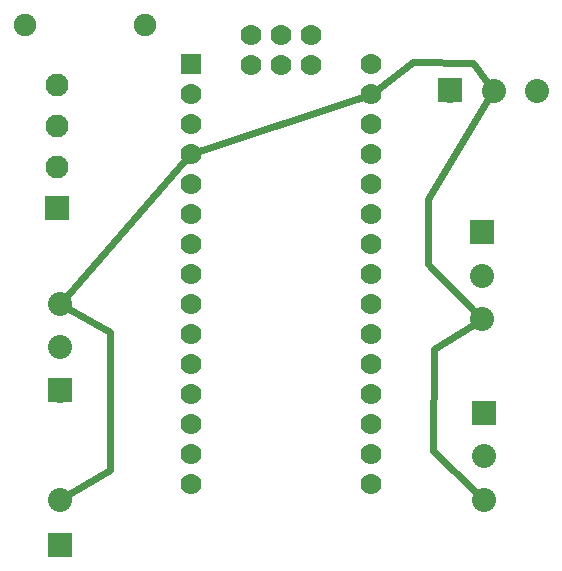
<source format=gbl>
G04 MADE WITH FRITZING*
G04 WWW.FRITZING.ORG*
G04 DOUBLE SIDED*
G04 HOLES PLATED*
G04 CONTOUR ON CENTER OF CONTOUR VECTOR*
%ASAXBY*%
%FSLAX23Y23*%
%MOIN*%
%OFA0B0*%
%SFA1.0B1.0*%
%ADD10C,0.075000*%
%ADD11C,0.070000*%
%ADD12C,0.080000*%
%ADD13C,0.076139*%
%ADD14R,0.069958X0.070000*%
%ADD15C,0.024000*%
%ADD16R,0.001000X0.001000*%
%LNCOPPER0*%
G90*
G70*
G54D10*
X119Y1891D03*
X519Y1891D03*
G54D11*
X673Y1761D03*
X673Y1661D03*
X673Y1561D03*
X673Y1461D03*
X673Y1361D03*
X673Y1261D03*
X673Y1161D03*
X673Y1061D03*
X673Y961D03*
X673Y861D03*
X673Y761D03*
X673Y661D03*
X673Y561D03*
X673Y461D03*
X673Y361D03*
X1273Y1761D03*
X1273Y1661D03*
X1273Y1561D03*
X1273Y1461D03*
X1273Y1361D03*
X1273Y1261D03*
X1273Y1161D03*
X1273Y1061D03*
X1273Y961D03*
X1273Y861D03*
X1273Y761D03*
X1273Y661D03*
X1273Y561D03*
X1273Y461D03*
X1273Y361D03*
X873Y1856D03*
X873Y1756D03*
X973Y1856D03*
X973Y1756D03*
X1074Y1856D03*
X1074Y1756D03*
G54D12*
X1645Y1200D03*
X1645Y1055D03*
X1645Y911D03*
X238Y672D03*
X238Y817D03*
X238Y962D03*
X1537Y1672D03*
X1682Y1672D03*
X1827Y1672D03*
G54D13*
X228Y1279D03*
X228Y1416D03*
X228Y1554D03*
X228Y1692D03*
G54D12*
X1651Y597D03*
X1651Y453D03*
X1651Y308D03*
X237Y156D03*
X237Y308D03*
G54D14*
X673Y1761D03*
G54D15*
X268Y944D02*
X402Y866D01*
D02*
X404Y408D02*
X267Y326D01*
D02*
X402Y866D02*
X404Y408D01*
D02*
X654Y1439D02*
X261Y988D01*
D02*
X1482Y809D02*
X1480Y471D01*
D02*
X1480Y471D02*
X1626Y332D01*
D02*
X1615Y892D02*
X1482Y809D01*
D02*
X1463Y1310D02*
X1463Y1094D01*
D02*
X1463Y1094D02*
X1620Y935D01*
D02*
X1664Y1643D02*
X1463Y1310D01*
D02*
X1612Y1763D02*
X1661Y1700D01*
D02*
X1412Y1768D02*
X1612Y1763D01*
D02*
X1296Y1678D02*
X1412Y1768D01*
D02*
X1246Y1651D02*
X701Y1470D01*
G54D16*
X1497Y1713D02*
X1576Y1713D01*
X1497Y1712D02*
X1576Y1712D01*
X1497Y1711D02*
X1576Y1711D01*
X1497Y1710D02*
X1576Y1710D01*
X1497Y1709D02*
X1576Y1709D01*
X1497Y1708D02*
X1576Y1708D01*
X1497Y1707D02*
X1576Y1707D01*
X1497Y1706D02*
X1576Y1706D01*
X1497Y1705D02*
X1576Y1705D01*
X1497Y1704D02*
X1576Y1704D01*
X1497Y1703D02*
X1576Y1703D01*
X1497Y1702D02*
X1576Y1702D01*
X1497Y1701D02*
X1576Y1701D01*
X1497Y1700D02*
X1576Y1700D01*
X1497Y1699D02*
X1576Y1699D01*
X1497Y1698D02*
X1576Y1698D01*
X1497Y1697D02*
X1535Y1697D01*
X1537Y1697D02*
X1576Y1697D01*
X1497Y1696D02*
X1529Y1696D01*
X1543Y1696D02*
X1576Y1696D01*
X1497Y1695D02*
X1526Y1695D01*
X1546Y1695D02*
X1576Y1695D01*
X1497Y1694D02*
X1524Y1694D01*
X1548Y1694D02*
X1576Y1694D01*
X1497Y1693D02*
X1523Y1693D01*
X1550Y1693D02*
X1576Y1693D01*
X1497Y1692D02*
X1521Y1692D01*
X1551Y1692D02*
X1576Y1692D01*
X1497Y1691D02*
X1520Y1691D01*
X1552Y1691D02*
X1576Y1691D01*
X1497Y1690D02*
X1519Y1690D01*
X1553Y1690D02*
X1576Y1690D01*
X1497Y1689D02*
X1518Y1689D01*
X1554Y1689D02*
X1576Y1689D01*
X1497Y1688D02*
X1517Y1688D01*
X1555Y1688D02*
X1576Y1688D01*
X1497Y1687D02*
X1516Y1687D01*
X1556Y1687D02*
X1576Y1687D01*
X1497Y1686D02*
X1516Y1686D01*
X1557Y1686D02*
X1576Y1686D01*
X1497Y1685D02*
X1515Y1685D01*
X1557Y1685D02*
X1576Y1685D01*
X1497Y1684D02*
X1515Y1684D01*
X1558Y1684D02*
X1576Y1684D01*
X1497Y1683D02*
X1514Y1683D01*
X1558Y1683D02*
X1576Y1683D01*
X1497Y1682D02*
X1514Y1682D01*
X1559Y1682D02*
X1576Y1682D01*
X1497Y1681D02*
X1513Y1681D01*
X1559Y1681D02*
X1576Y1681D01*
X1497Y1680D02*
X1513Y1680D01*
X1559Y1680D02*
X1576Y1680D01*
X1497Y1679D02*
X1513Y1679D01*
X1560Y1679D02*
X1576Y1679D01*
X1497Y1678D02*
X1513Y1678D01*
X1560Y1678D02*
X1576Y1678D01*
X1497Y1677D02*
X1512Y1677D01*
X1560Y1677D02*
X1576Y1677D01*
X1497Y1676D02*
X1512Y1676D01*
X1560Y1676D02*
X1576Y1676D01*
X1497Y1675D02*
X1512Y1675D01*
X1560Y1675D02*
X1576Y1675D01*
X1497Y1674D02*
X1512Y1674D01*
X1560Y1674D02*
X1576Y1674D01*
X1497Y1673D02*
X1512Y1673D01*
X1560Y1673D02*
X1576Y1673D01*
X1497Y1672D02*
X1512Y1672D01*
X1560Y1672D02*
X1576Y1672D01*
X1497Y1671D02*
X1512Y1671D01*
X1560Y1671D02*
X1576Y1671D01*
X1497Y1670D02*
X1512Y1670D01*
X1560Y1670D02*
X1576Y1670D01*
X1497Y1669D02*
X1512Y1669D01*
X1560Y1669D02*
X1576Y1669D01*
X1497Y1668D02*
X1513Y1668D01*
X1560Y1668D02*
X1576Y1668D01*
X1497Y1667D02*
X1513Y1667D01*
X1559Y1667D02*
X1576Y1667D01*
X1497Y1666D02*
X1513Y1666D01*
X1559Y1666D02*
X1576Y1666D01*
X1497Y1665D02*
X1514Y1665D01*
X1559Y1665D02*
X1576Y1665D01*
X1497Y1664D02*
X1514Y1664D01*
X1558Y1664D02*
X1576Y1664D01*
X1497Y1663D02*
X1514Y1663D01*
X1558Y1663D02*
X1576Y1663D01*
X1497Y1662D02*
X1515Y1662D01*
X1557Y1662D02*
X1576Y1662D01*
X1497Y1661D02*
X1516Y1661D01*
X1557Y1661D02*
X1576Y1661D01*
X1497Y1660D02*
X1516Y1660D01*
X1556Y1660D02*
X1576Y1660D01*
X1497Y1659D02*
X1517Y1659D01*
X1555Y1659D02*
X1576Y1659D01*
X1497Y1658D02*
X1518Y1658D01*
X1555Y1658D02*
X1576Y1658D01*
X1497Y1657D02*
X1519Y1657D01*
X1554Y1657D02*
X1576Y1657D01*
X1497Y1656D02*
X1520Y1656D01*
X1553Y1656D02*
X1576Y1656D01*
X1497Y1655D02*
X1521Y1655D01*
X1551Y1655D02*
X1576Y1655D01*
X1497Y1654D02*
X1522Y1654D01*
X1550Y1654D02*
X1576Y1654D01*
X1497Y1653D02*
X1524Y1653D01*
X1549Y1653D02*
X1576Y1653D01*
X1497Y1652D02*
X1526Y1652D01*
X1547Y1652D02*
X1576Y1652D01*
X1497Y1651D02*
X1528Y1651D01*
X1544Y1651D02*
X1576Y1651D01*
X1497Y1650D02*
X1532Y1650D01*
X1540Y1650D02*
X1576Y1650D01*
X1497Y1649D02*
X1576Y1649D01*
X1497Y1648D02*
X1576Y1648D01*
X1497Y1647D02*
X1576Y1647D01*
X1497Y1646D02*
X1576Y1646D01*
X1497Y1645D02*
X1576Y1645D01*
X1497Y1644D02*
X1576Y1644D01*
X1497Y1643D02*
X1576Y1643D01*
X1497Y1642D02*
X1576Y1642D01*
X1497Y1641D02*
X1576Y1641D01*
X1497Y1640D02*
X1576Y1640D01*
X1497Y1639D02*
X1576Y1639D01*
X1497Y1638D02*
X1576Y1638D01*
X1497Y1637D02*
X1576Y1637D01*
X1497Y1636D02*
X1576Y1636D01*
X1497Y1635D02*
X1576Y1635D01*
X1497Y1634D02*
X1576Y1634D01*
X188Y1319D02*
X267Y1319D01*
X188Y1318D02*
X267Y1318D01*
X188Y1317D02*
X267Y1317D01*
X188Y1316D02*
X267Y1316D01*
X188Y1315D02*
X267Y1315D01*
X188Y1314D02*
X267Y1314D01*
X188Y1313D02*
X267Y1313D01*
X188Y1312D02*
X267Y1312D01*
X188Y1311D02*
X267Y1311D01*
X188Y1310D02*
X267Y1310D01*
X188Y1309D02*
X267Y1309D01*
X188Y1308D02*
X267Y1308D01*
X188Y1307D02*
X267Y1307D01*
X188Y1306D02*
X267Y1306D01*
X188Y1305D02*
X267Y1305D01*
X188Y1304D02*
X267Y1304D01*
X188Y1303D02*
X223Y1303D01*
X232Y1303D02*
X267Y1303D01*
X188Y1302D02*
X219Y1302D01*
X235Y1302D02*
X267Y1302D01*
X188Y1301D02*
X216Y1301D01*
X238Y1301D02*
X267Y1301D01*
X188Y1300D02*
X215Y1300D01*
X240Y1300D02*
X267Y1300D01*
X188Y1299D02*
X213Y1299D01*
X241Y1299D02*
X267Y1299D01*
X188Y1298D02*
X212Y1298D01*
X242Y1298D02*
X267Y1298D01*
X188Y1297D02*
X211Y1297D01*
X244Y1297D02*
X267Y1297D01*
X188Y1296D02*
X210Y1296D01*
X245Y1296D02*
X267Y1296D01*
X188Y1295D02*
X209Y1295D01*
X245Y1295D02*
X267Y1295D01*
X188Y1294D02*
X208Y1294D01*
X246Y1294D02*
X267Y1294D01*
X188Y1293D02*
X207Y1293D01*
X247Y1293D02*
X267Y1293D01*
X188Y1292D02*
X206Y1292D01*
X248Y1292D02*
X267Y1292D01*
X188Y1291D02*
X206Y1291D01*
X248Y1291D02*
X267Y1291D01*
X188Y1290D02*
X205Y1290D01*
X249Y1290D02*
X267Y1290D01*
X188Y1289D02*
X205Y1289D01*
X249Y1289D02*
X267Y1289D01*
X188Y1288D02*
X205Y1288D01*
X250Y1288D02*
X267Y1288D01*
X188Y1287D02*
X204Y1287D01*
X250Y1287D02*
X267Y1287D01*
X188Y1286D02*
X204Y1286D01*
X250Y1286D02*
X267Y1286D01*
X188Y1285D02*
X204Y1285D01*
X251Y1285D02*
X267Y1285D01*
X188Y1284D02*
X203Y1284D01*
X251Y1284D02*
X267Y1284D01*
X188Y1283D02*
X203Y1283D01*
X251Y1283D02*
X267Y1283D01*
X188Y1282D02*
X203Y1282D01*
X251Y1282D02*
X267Y1282D01*
X188Y1281D02*
X203Y1281D01*
X251Y1281D02*
X267Y1281D01*
X188Y1280D02*
X203Y1280D01*
X251Y1280D02*
X267Y1280D01*
X188Y1279D02*
X203Y1279D01*
X251Y1279D02*
X267Y1279D01*
X188Y1278D02*
X203Y1278D01*
X251Y1278D02*
X267Y1278D01*
X188Y1277D02*
X203Y1277D01*
X251Y1277D02*
X267Y1277D01*
X188Y1276D02*
X203Y1276D01*
X251Y1276D02*
X267Y1276D01*
X188Y1275D02*
X203Y1275D01*
X251Y1275D02*
X267Y1275D01*
X188Y1274D02*
X204Y1274D01*
X250Y1274D02*
X267Y1274D01*
X188Y1273D02*
X204Y1273D01*
X250Y1273D02*
X267Y1273D01*
X188Y1272D02*
X204Y1272D01*
X250Y1272D02*
X267Y1272D01*
X188Y1271D02*
X205Y1271D01*
X249Y1271D02*
X267Y1271D01*
X188Y1270D02*
X205Y1270D01*
X249Y1270D02*
X267Y1270D01*
X188Y1269D02*
X206Y1269D01*
X248Y1269D02*
X267Y1269D01*
X188Y1268D02*
X206Y1268D01*
X248Y1268D02*
X267Y1268D01*
X188Y1267D02*
X207Y1267D01*
X247Y1267D02*
X267Y1267D01*
X188Y1266D02*
X207Y1266D01*
X247Y1266D02*
X267Y1266D01*
X188Y1265D02*
X208Y1265D01*
X246Y1265D02*
X267Y1265D01*
X188Y1264D02*
X209Y1264D01*
X245Y1264D02*
X267Y1264D01*
X188Y1263D02*
X210Y1263D01*
X244Y1263D02*
X267Y1263D01*
X188Y1262D02*
X211Y1262D01*
X243Y1262D02*
X267Y1262D01*
X188Y1261D02*
X212Y1261D01*
X242Y1261D02*
X267Y1261D01*
X188Y1260D02*
X214Y1260D01*
X240Y1260D02*
X267Y1260D01*
X188Y1259D02*
X216Y1259D01*
X239Y1259D02*
X267Y1259D01*
X188Y1258D02*
X218Y1258D01*
X237Y1258D02*
X267Y1258D01*
X188Y1257D02*
X221Y1257D01*
X233Y1257D02*
X267Y1257D01*
X188Y1256D02*
X267Y1256D01*
X188Y1255D02*
X267Y1255D01*
X188Y1254D02*
X267Y1254D01*
X188Y1253D02*
X267Y1253D01*
X188Y1252D02*
X267Y1252D01*
X188Y1251D02*
X267Y1251D01*
X188Y1250D02*
X267Y1250D01*
X188Y1249D02*
X267Y1249D01*
X188Y1248D02*
X267Y1248D01*
X188Y1247D02*
X267Y1247D01*
X188Y1246D02*
X267Y1246D01*
X188Y1245D02*
X267Y1245D01*
X188Y1244D02*
X267Y1244D01*
X188Y1243D02*
X267Y1243D01*
X188Y1242D02*
X267Y1242D01*
X188Y1241D02*
X267Y1241D01*
X1604Y1241D02*
X1683Y1241D01*
X188Y1240D02*
X266Y1240D01*
X1604Y1240D02*
X1683Y1240D01*
X1604Y1239D02*
X1683Y1239D01*
X1604Y1238D02*
X1683Y1238D01*
X1604Y1237D02*
X1683Y1237D01*
X1604Y1236D02*
X1683Y1236D01*
X1604Y1235D02*
X1683Y1235D01*
X1604Y1234D02*
X1683Y1234D01*
X1604Y1233D02*
X1683Y1233D01*
X1604Y1232D02*
X1683Y1232D01*
X1604Y1231D02*
X1683Y1231D01*
X1604Y1230D02*
X1683Y1230D01*
X1604Y1229D02*
X1683Y1229D01*
X1604Y1228D02*
X1683Y1228D01*
X1604Y1227D02*
X1683Y1227D01*
X1604Y1226D02*
X1683Y1226D01*
X1604Y1225D02*
X1642Y1225D01*
X1645Y1225D02*
X1683Y1225D01*
X1604Y1224D02*
X1636Y1224D01*
X1651Y1224D02*
X1683Y1224D01*
X1604Y1223D02*
X1633Y1223D01*
X1654Y1223D02*
X1683Y1223D01*
X1604Y1222D02*
X1631Y1222D01*
X1656Y1222D02*
X1683Y1222D01*
X1604Y1221D02*
X1630Y1221D01*
X1657Y1221D02*
X1683Y1221D01*
X1604Y1220D02*
X1628Y1220D01*
X1659Y1220D02*
X1683Y1220D01*
X1604Y1219D02*
X1627Y1219D01*
X1660Y1219D02*
X1683Y1219D01*
X1604Y1218D02*
X1626Y1218D01*
X1661Y1218D02*
X1683Y1218D01*
X1604Y1217D02*
X1625Y1217D01*
X1662Y1217D02*
X1683Y1217D01*
X1604Y1216D02*
X1624Y1216D01*
X1663Y1216D02*
X1683Y1216D01*
X1604Y1215D02*
X1624Y1215D01*
X1663Y1215D02*
X1683Y1215D01*
X1604Y1214D02*
X1623Y1214D01*
X1664Y1214D02*
X1683Y1214D01*
X1604Y1213D02*
X1622Y1213D01*
X1665Y1213D02*
X1683Y1213D01*
X1604Y1212D02*
X1622Y1212D01*
X1665Y1212D02*
X1683Y1212D01*
X1604Y1211D02*
X1621Y1211D01*
X1666Y1211D02*
X1683Y1211D01*
X1604Y1210D02*
X1621Y1210D01*
X1666Y1210D02*
X1683Y1210D01*
X1604Y1209D02*
X1621Y1209D01*
X1666Y1209D02*
X1683Y1209D01*
X1604Y1208D02*
X1620Y1208D01*
X1667Y1208D02*
X1683Y1208D01*
X1604Y1207D02*
X1620Y1207D01*
X1667Y1207D02*
X1683Y1207D01*
X1604Y1206D02*
X1620Y1206D01*
X1667Y1206D02*
X1683Y1206D01*
X1604Y1205D02*
X1620Y1205D01*
X1667Y1205D02*
X1683Y1205D01*
X1604Y1204D02*
X1620Y1204D01*
X1668Y1204D02*
X1683Y1204D01*
X1604Y1203D02*
X1620Y1203D01*
X1668Y1203D02*
X1683Y1203D01*
X1604Y1202D02*
X1619Y1202D01*
X1668Y1202D02*
X1683Y1202D01*
X1604Y1201D02*
X1619Y1201D01*
X1668Y1201D02*
X1683Y1201D01*
X1604Y1200D02*
X1620Y1200D01*
X1668Y1200D02*
X1683Y1200D01*
X1604Y1199D02*
X1620Y1199D01*
X1668Y1199D02*
X1683Y1199D01*
X1604Y1198D02*
X1620Y1198D01*
X1667Y1198D02*
X1683Y1198D01*
X1604Y1197D02*
X1620Y1197D01*
X1667Y1197D02*
X1683Y1197D01*
X1604Y1196D02*
X1620Y1196D01*
X1667Y1196D02*
X1683Y1196D01*
X1604Y1195D02*
X1620Y1195D01*
X1667Y1195D02*
X1683Y1195D01*
X1604Y1194D02*
X1621Y1194D01*
X1666Y1194D02*
X1683Y1194D01*
X1604Y1193D02*
X1621Y1193D01*
X1666Y1193D02*
X1683Y1193D01*
X1604Y1192D02*
X1621Y1192D01*
X1666Y1192D02*
X1683Y1192D01*
X1604Y1191D02*
X1622Y1191D01*
X1665Y1191D02*
X1683Y1191D01*
X1604Y1190D02*
X1622Y1190D01*
X1665Y1190D02*
X1683Y1190D01*
X1604Y1189D02*
X1623Y1189D01*
X1664Y1189D02*
X1683Y1189D01*
X1604Y1188D02*
X1624Y1188D01*
X1663Y1188D02*
X1683Y1188D01*
X1604Y1187D02*
X1624Y1187D01*
X1663Y1187D02*
X1683Y1187D01*
X1604Y1186D02*
X1625Y1186D01*
X1662Y1186D02*
X1683Y1186D01*
X1604Y1185D02*
X1626Y1185D01*
X1661Y1185D02*
X1683Y1185D01*
X1604Y1184D02*
X1627Y1184D01*
X1660Y1184D02*
X1683Y1184D01*
X1604Y1183D02*
X1628Y1183D01*
X1659Y1183D02*
X1683Y1183D01*
X1604Y1182D02*
X1630Y1182D01*
X1657Y1182D02*
X1683Y1182D01*
X1604Y1181D02*
X1631Y1181D01*
X1656Y1181D02*
X1683Y1181D01*
X1604Y1180D02*
X1633Y1180D01*
X1654Y1180D02*
X1683Y1180D01*
X1604Y1179D02*
X1636Y1179D01*
X1651Y1179D02*
X1683Y1179D01*
X1604Y1178D02*
X1640Y1178D01*
X1647Y1178D02*
X1683Y1178D01*
X1604Y1177D02*
X1683Y1177D01*
X1604Y1176D02*
X1683Y1176D01*
X1604Y1175D02*
X1683Y1175D01*
X1604Y1174D02*
X1683Y1174D01*
X1604Y1173D02*
X1683Y1173D01*
X1604Y1172D02*
X1683Y1172D01*
X1604Y1171D02*
X1683Y1171D01*
X1604Y1170D02*
X1683Y1170D01*
X1604Y1169D02*
X1683Y1169D01*
X1604Y1168D02*
X1683Y1168D01*
X1604Y1167D02*
X1683Y1167D01*
X1604Y1166D02*
X1683Y1166D01*
X1604Y1165D02*
X1683Y1165D01*
X1604Y1164D02*
X1683Y1164D01*
X1604Y1163D02*
X1683Y1163D01*
X1604Y1162D02*
X1683Y1162D01*
X198Y713D02*
X277Y713D01*
X198Y712D02*
X277Y712D01*
X198Y711D02*
X277Y711D01*
X198Y710D02*
X277Y710D01*
X198Y709D02*
X277Y709D01*
X198Y708D02*
X277Y708D01*
X198Y707D02*
X277Y707D01*
X198Y706D02*
X277Y706D01*
X198Y705D02*
X277Y705D01*
X198Y704D02*
X277Y704D01*
X198Y703D02*
X277Y703D01*
X198Y702D02*
X277Y702D01*
X198Y701D02*
X277Y701D01*
X198Y700D02*
X277Y700D01*
X198Y699D02*
X277Y699D01*
X198Y698D02*
X277Y698D01*
X198Y697D02*
X234Y697D01*
X242Y697D02*
X277Y697D01*
X198Y696D02*
X230Y696D01*
X246Y696D02*
X277Y696D01*
X198Y695D02*
X227Y695D01*
X248Y695D02*
X277Y695D01*
X198Y694D02*
X225Y694D01*
X250Y694D02*
X277Y694D01*
X198Y693D02*
X224Y693D01*
X252Y693D02*
X277Y693D01*
X198Y692D02*
X222Y692D01*
X253Y692D02*
X277Y692D01*
X198Y691D02*
X221Y691D01*
X254Y691D02*
X277Y691D01*
X198Y690D02*
X220Y690D01*
X255Y690D02*
X277Y690D01*
X198Y689D02*
X219Y689D01*
X256Y689D02*
X277Y689D01*
X198Y688D02*
X219Y688D01*
X257Y688D02*
X277Y688D01*
X198Y687D02*
X218Y687D01*
X258Y687D02*
X277Y687D01*
X198Y686D02*
X217Y686D01*
X258Y686D02*
X277Y686D01*
X198Y685D02*
X217Y685D01*
X259Y685D02*
X277Y685D01*
X198Y684D02*
X216Y684D01*
X260Y684D02*
X277Y684D01*
X198Y683D02*
X216Y683D01*
X260Y683D02*
X277Y683D01*
X198Y682D02*
X215Y682D01*
X260Y682D02*
X277Y682D01*
X198Y681D02*
X215Y681D01*
X261Y681D02*
X277Y681D01*
X198Y680D02*
X215Y680D01*
X261Y680D02*
X277Y680D01*
X198Y679D02*
X214Y679D01*
X261Y679D02*
X277Y679D01*
X198Y678D02*
X214Y678D01*
X262Y678D02*
X277Y678D01*
X198Y677D02*
X214Y677D01*
X262Y677D02*
X277Y677D01*
X198Y676D02*
X214Y676D01*
X262Y676D02*
X277Y676D01*
X198Y675D02*
X214Y675D01*
X262Y675D02*
X277Y675D01*
X198Y674D02*
X214Y674D01*
X262Y674D02*
X277Y674D01*
X198Y673D02*
X214Y673D01*
X262Y673D02*
X277Y673D01*
X198Y672D02*
X214Y672D01*
X262Y672D02*
X277Y672D01*
X198Y671D02*
X214Y671D01*
X262Y671D02*
X277Y671D01*
X198Y670D02*
X214Y670D01*
X262Y670D02*
X277Y670D01*
X198Y669D02*
X214Y669D01*
X261Y669D02*
X277Y669D01*
X198Y668D02*
X214Y668D01*
X261Y668D02*
X277Y668D01*
X198Y667D02*
X215Y667D01*
X261Y667D02*
X277Y667D01*
X198Y666D02*
X215Y666D01*
X261Y666D02*
X277Y666D01*
X198Y665D02*
X215Y665D01*
X260Y665D02*
X277Y665D01*
X198Y664D02*
X216Y664D01*
X260Y664D02*
X277Y664D01*
X198Y663D02*
X216Y663D01*
X259Y663D02*
X277Y663D01*
X198Y662D02*
X217Y662D01*
X259Y662D02*
X277Y662D01*
X198Y661D02*
X217Y661D01*
X258Y661D02*
X277Y661D01*
X198Y660D02*
X218Y660D01*
X258Y660D02*
X277Y660D01*
X198Y659D02*
X219Y659D01*
X257Y659D02*
X277Y659D01*
X198Y658D02*
X220Y658D01*
X256Y658D02*
X277Y658D01*
X198Y657D02*
X221Y657D01*
X255Y657D02*
X277Y657D01*
X198Y656D02*
X222Y656D01*
X254Y656D02*
X277Y656D01*
X198Y655D02*
X223Y655D01*
X253Y655D02*
X277Y655D01*
X198Y654D02*
X224Y654D01*
X251Y654D02*
X277Y654D01*
X198Y653D02*
X226Y653D01*
X250Y653D02*
X277Y653D01*
X198Y652D02*
X228Y652D01*
X248Y652D02*
X277Y652D01*
X198Y651D02*
X231Y651D01*
X245Y651D02*
X277Y651D01*
X198Y650D02*
X277Y650D01*
X198Y649D02*
X277Y649D01*
X198Y648D02*
X277Y648D01*
X198Y647D02*
X277Y647D01*
X198Y646D02*
X277Y646D01*
X198Y645D02*
X277Y645D01*
X198Y644D02*
X277Y644D01*
X198Y643D02*
X277Y643D01*
X198Y642D02*
X277Y642D01*
X198Y641D02*
X277Y641D01*
X198Y640D02*
X277Y640D01*
X198Y639D02*
X277Y639D01*
X198Y638D02*
X277Y638D01*
X1611Y638D02*
X1689Y638D01*
X198Y637D02*
X277Y637D01*
X1611Y637D02*
X1689Y637D01*
X198Y636D02*
X277Y636D01*
X1611Y636D02*
X1689Y636D01*
X198Y635D02*
X277Y635D01*
X1611Y635D02*
X1689Y635D01*
X198Y634D02*
X277Y634D01*
X1611Y634D02*
X1689Y634D01*
X1611Y633D02*
X1689Y633D01*
X1611Y632D02*
X1689Y632D01*
X1611Y631D02*
X1689Y631D01*
X1611Y630D02*
X1689Y630D01*
X1611Y629D02*
X1689Y629D01*
X1611Y628D02*
X1689Y628D01*
X1611Y627D02*
X1689Y627D01*
X1611Y626D02*
X1689Y626D01*
X1611Y625D02*
X1689Y625D01*
X1611Y624D02*
X1689Y624D01*
X1611Y623D02*
X1689Y623D01*
X1611Y622D02*
X1646Y622D01*
X1654Y622D02*
X1689Y622D01*
X1611Y621D02*
X1642Y621D01*
X1658Y621D02*
X1689Y621D01*
X1611Y620D02*
X1639Y620D01*
X1661Y620D02*
X1689Y620D01*
X1611Y619D02*
X1638Y619D01*
X1662Y619D02*
X1689Y619D01*
X1611Y618D02*
X1636Y618D01*
X1664Y618D02*
X1689Y618D01*
X1611Y617D02*
X1635Y617D01*
X1665Y617D02*
X1689Y617D01*
X1611Y616D02*
X1633Y616D01*
X1667Y616D02*
X1689Y616D01*
X1611Y615D02*
X1632Y615D01*
X1668Y615D02*
X1689Y615D01*
X1611Y614D02*
X1632Y614D01*
X1668Y614D02*
X1689Y614D01*
X1611Y613D02*
X1631Y613D01*
X1669Y613D02*
X1689Y613D01*
X1611Y612D02*
X1630Y612D01*
X1670Y612D02*
X1689Y612D01*
X1611Y611D02*
X1629Y611D01*
X1671Y611D02*
X1689Y611D01*
X1611Y610D02*
X1629Y610D01*
X1671Y610D02*
X1689Y610D01*
X1611Y609D02*
X1628Y609D01*
X1672Y609D02*
X1689Y609D01*
X1611Y608D02*
X1628Y608D01*
X1672Y608D02*
X1689Y608D01*
X1611Y607D02*
X1627Y607D01*
X1673Y607D02*
X1689Y607D01*
X1611Y606D02*
X1627Y606D01*
X1673Y606D02*
X1689Y606D01*
X1611Y605D02*
X1627Y605D01*
X1673Y605D02*
X1689Y605D01*
X1611Y604D02*
X1626Y604D01*
X1674Y604D02*
X1689Y604D01*
X1611Y603D02*
X1626Y603D01*
X1674Y603D02*
X1689Y603D01*
X1611Y602D02*
X1626Y602D01*
X1674Y602D02*
X1689Y602D01*
X1611Y601D02*
X1626Y601D01*
X1674Y601D02*
X1689Y601D01*
X1611Y600D02*
X1626Y600D01*
X1674Y600D02*
X1689Y600D01*
X1611Y599D02*
X1626Y599D01*
X1674Y599D02*
X1689Y599D01*
X1611Y598D02*
X1626Y598D01*
X1674Y598D02*
X1689Y598D01*
X1611Y597D02*
X1626Y597D01*
X1674Y597D02*
X1689Y597D01*
X1611Y596D02*
X1626Y596D01*
X1674Y596D02*
X1689Y596D01*
X1611Y595D02*
X1626Y595D01*
X1674Y595D02*
X1689Y595D01*
X1611Y594D02*
X1626Y594D01*
X1674Y594D02*
X1689Y594D01*
X1611Y593D02*
X1627Y593D01*
X1673Y593D02*
X1689Y593D01*
X1611Y592D02*
X1627Y592D01*
X1673Y592D02*
X1689Y592D01*
X1611Y591D02*
X1627Y591D01*
X1673Y591D02*
X1689Y591D01*
X1611Y590D02*
X1628Y590D01*
X1672Y590D02*
X1689Y590D01*
X1611Y589D02*
X1628Y589D01*
X1672Y589D02*
X1689Y589D01*
X1611Y588D02*
X1628Y588D01*
X1672Y588D02*
X1689Y588D01*
X1611Y587D02*
X1629Y587D01*
X1671Y587D02*
X1689Y587D01*
X1611Y586D02*
X1630Y586D01*
X1670Y586D02*
X1689Y586D01*
X1611Y585D02*
X1630Y585D01*
X1670Y585D02*
X1689Y585D01*
X1611Y584D02*
X1631Y584D01*
X1669Y584D02*
X1689Y584D01*
X1611Y583D02*
X1632Y583D01*
X1668Y583D02*
X1689Y583D01*
X1611Y582D02*
X1633Y582D01*
X1667Y582D02*
X1689Y582D01*
X1611Y581D02*
X1634Y581D01*
X1666Y581D02*
X1689Y581D01*
X1611Y580D02*
X1635Y580D01*
X1665Y580D02*
X1689Y580D01*
X1611Y579D02*
X1636Y579D01*
X1664Y579D02*
X1689Y579D01*
X1611Y578D02*
X1638Y578D01*
X1662Y578D02*
X1689Y578D01*
X1611Y577D02*
X1640Y577D01*
X1660Y577D02*
X1689Y577D01*
X1611Y576D02*
X1643Y576D01*
X1657Y576D02*
X1689Y576D01*
X1611Y575D02*
X1689Y575D01*
X1611Y574D02*
X1689Y574D01*
X1611Y573D02*
X1689Y573D01*
X1611Y572D02*
X1689Y572D01*
X1611Y571D02*
X1689Y571D01*
X1611Y570D02*
X1689Y570D01*
X1611Y569D02*
X1689Y569D01*
X1611Y568D02*
X1689Y568D01*
X1611Y567D02*
X1689Y567D01*
X1611Y566D02*
X1689Y566D01*
X1611Y565D02*
X1689Y565D01*
X1611Y564D02*
X1689Y564D01*
X1611Y563D02*
X1689Y563D01*
X1611Y562D02*
X1689Y562D01*
X1611Y561D02*
X1689Y561D01*
X1611Y560D02*
X1689Y560D01*
X1611Y559D02*
X1689Y559D01*
X197Y197D02*
X276Y197D01*
X197Y196D02*
X276Y196D01*
X197Y195D02*
X276Y195D01*
X197Y194D02*
X276Y194D01*
X197Y193D02*
X276Y193D01*
X197Y192D02*
X276Y192D01*
X197Y191D02*
X276Y191D01*
X197Y190D02*
X276Y190D01*
X197Y189D02*
X276Y189D01*
X197Y188D02*
X276Y188D01*
X197Y187D02*
X276Y187D01*
X197Y186D02*
X276Y186D01*
X197Y185D02*
X276Y185D01*
X197Y184D02*
X276Y184D01*
X197Y183D02*
X276Y183D01*
X197Y182D02*
X276Y182D01*
X197Y181D02*
X231Y181D01*
X241Y181D02*
X276Y181D01*
X197Y180D02*
X228Y180D01*
X245Y180D02*
X276Y180D01*
X197Y179D02*
X226Y179D01*
X247Y179D02*
X276Y179D01*
X197Y178D02*
X224Y178D01*
X249Y178D02*
X276Y178D01*
X197Y177D02*
X222Y177D01*
X251Y177D02*
X276Y177D01*
X197Y176D02*
X221Y176D01*
X252Y176D02*
X276Y176D01*
X197Y175D02*
X220Y175D01*
X253Y175D02*
X276Y175D01*
X197Y174D02*
X219Y174D01*
X254Y174D02*
X276Y174D01*
X197Y173D02*
X218Y173D01*
X255Y173D02*
X276Y173D01*
X197Y172D02*
X217Y172D01*
X256Y172D02*
X276Y172D01*
X197Y171D02*
X216Y171D01*
X256Y171D02*
X276Y171D01*
X197Y170D02*
X216Y170D01*
X257Y170D02*
X276Y170D01*
X197Y169D02*
X215Y169D01*
X258Y169D02*
X276Y169D01*
X197Y168D02*
X215Y168D01*
X258Y168D02*
X276Y168D01*
X197Y167D02*
X214Y167D01*
X259Y167D02*
X276Y167D01*
X197Y166D02*
X214Y166D01*
X259Y166D02*
X276Y166D01*
X197Y165D02*
X214Y165D01*
X259Y165D02*
X276Y165D01*
X197Y164D02*
X213Y164D01*
X260Y164D02*
X276Y164D01*
X197Y163D02*
X213Y163D01*
X260Y163D02*
X276Y163D01*
X197Y162D02*
X213Y162D01*
X260Y162D02*
X276Y162D01*
X197Y161D02*
X213Y161D01*
X260Y161D02*
X276Y161D01*
X197Y160D02*
X212Y160D01*
X260Y160D02*
X276Y160D01*
X197Y159D02*
X212Y159D01*
X260Y159D02*
X276Y159D01*
X197Y158D02*
X212Y158D01*
X260Y158D02*
X276Y158D01*
X197Y157D02*
X212Y157D01*
X260Y157D02*
X276Y157D01*
X197Y156D02*
X212Y156D01*
X260Y156D02*
X276Y156D01*
X197Y155D02*
X212Y155D01*
X260Y155D02*
X276Y155D01*
X197Y154D02*
X213Y154D01*
X260Y154D02*
X276Y154D01*
X197Y153D02*
X213Y153D01*
X260Y153D02*
X276Y153D01*
X197Y152D02*
X213Y152D01*
X260Y152D02*
X276Y152D01*
X197Y151D02*
X213Y151D01*
X259Y151D02*
X276Y151D01*
X197Y150D02*
X214Y150D01*
X259Y150D02*
X276Y150D01*
X197Y149D02*
X214Y149D01*
X259Y149D02*
X276Y149D01*
X197Y148D02*
X214Y148D01*
X258Y148D02*
X276Y148D01*
X197Y147D02*
X215Y147D01*
X258Y147D02*
X276Y147D01*
X197Y146D02*
X216Y146D01*
X257Y146D02*
X276Y146D01*
X197Y145D02*
X216Y145D01*
X257Y145D02*
X276Y145D01*
X197Y144D02*
X217Y144D01*
X256Y144D02*
X276Y144D01*
X197Y143D02*
X218Y143D01*
X255Y143D02*
X276Y143D01*
X197Y142D02*
X218Y142D01*
X254Y142D02*
X276Y142D01*
X197Y141D02*
X219Y141D01*
X253Y141D02*
X276Y141D01*
X197Y140D02*
X221Y140D01*
X252Y140D02*
X276Y140D01*
X197Y139D02*
X222Y139D01*
X251Y139D02*
X276Y139D01*
X197Y138D02*
X223Y138D01*
X250Y138D02*
X276Y138D01*
X197Y137D02*
X225Y137D01*
X248Y137D02*
X276Y137D01*
X197Y136D02*
X227Y136D01*
X246Y136D02*
X276Y136D01*
X197Y135D02*
X230Y135D01*
X243Y135D02*
X276Y135D01*
X197Y134D02*
X276Y134D01*
X197Y133D02*
X276Y133D01*
X197Y132D02*
X276Y132D01*
X197Y131D02*
X276Y131D01*
X197Y130D02*
X276Y130D01*
X197Y129D02*
X276Y129D01*
X197Y128D02*
X276Y128D01*
X197Y127D02*
X276Y127D01*
X197Y126D02*
X276Y126D01*
X197Y125D02*
X276Y125D01*
X197Y124D02*
X276Y124D01*
X197Y123D02*
X276Y123D01*
X197Y122D02*
X276Y122D01*
X197Y121D02*
X276Y121D01*
X197Y120D02*
X276Y120D01*
X197Y119D02*
X276Y119D01*
X197Y118D02*
X276Y118D01*
D02*
G04 End of Copper0*
M02*
</source>
